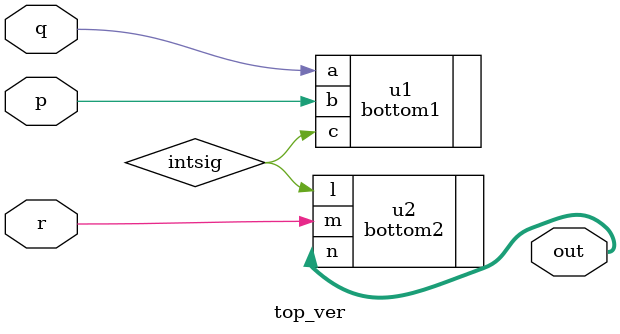
<source format=v>
module top_ver (q, p, r, out);

    input     q, p, r;
    output    [1:0] out;
    reg     out, intsig;

    bottom1 u1(.a(q), .b(p), .c(intsig));
    bottom2 u2(.l(intsig), .m(r), .n(out));

endmodule

</source>
